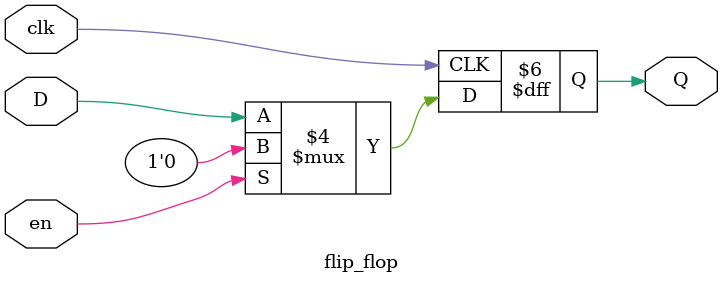
<source format=v>
`timescale 1ns / 1ps


module flip_flop(D,Q,clk,en);
    input D,clk,en;
    output reg Q;
    always@(posedge clk) 
        if(~en)
            Q=D;
        else
            Q=0;
endmodule

</source>
